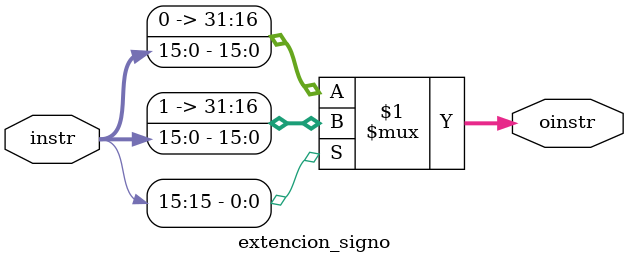
<source format=v>
`timescale 1ns / 1ps


module extencion_signo(instr,oinstr);

    input [15:0] instr;
    output wire [31:0] oinstr;

assign oinstr = instr[15] ? ({16'b1111111111111111,instr[15:0]}) :  ({16'b0000000000000000,instr[15:0]});  
    
    
endmodule

</source>
